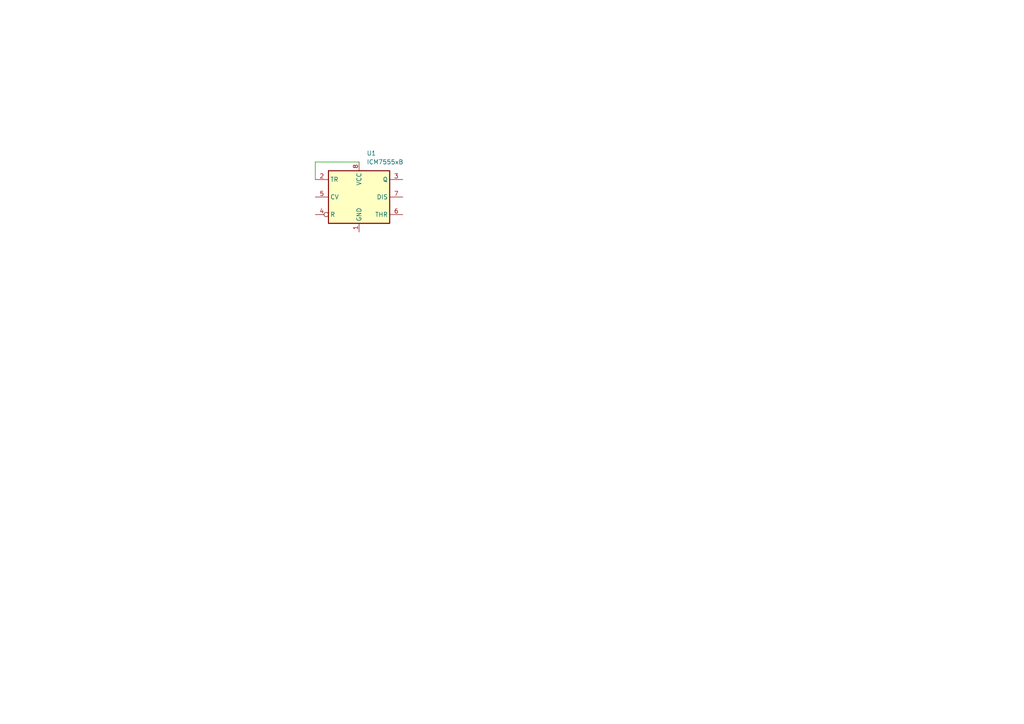
<source format=kicad_sch>
(kicad_sch (version 20231120) (generator "eeschema") (generator_version "8.0")
  (paper "A4")
  (lib_symbols
    (symbol "Timer:ICM7555xB"
      (property "Reference" "U" (at -10.16 8.89 0))
      (property "Value" "ICM7555xB" (at 2.54 8.89 0))
      (symbol "ICM7555xB_0_0"
        (pin power_in line (at 0 -10.16 90) (length 2.54) (name "GND") (number "1"))
        (pin power_in line (at 0 10.16 270) (length 2.54) (name "VCC") (number "8"))
      )
      (symbol "ICM7555xB_0_1"
        (rectangle (start -8.89 -7.62) (end 8.89 7.62) (stroke (width 0.254)) (fill (type background)))
        (rectangle (start -8.89 -7.62) (end 8.89 7.62) (stroke (width 0.254)) (fill (type background)))
      )
      (symbol "ICM7555xB_1_1"
        (pin input line (at -12.7 5.08 0) (length 3.81) (name "TR") (number "2"))
        (pin output line (at 12.7 5.08 180) (length 3.81) (name "Q") (number "3"))
        (pin input inverted (at -12.7 -5.08 0) (length 3.81) (name "R") (number "4"))
        (pin input line (at -12.7 0 0) (length 3.81) (name "CV") (number "5"))
        (pin input line (at 12.7 -5.08 180) (length 3.81) (name "THR") (number "6"))
        (pin input line (at 12.7 0 180) (length 3.81) (name "DIS") (number "7"))
      )
    )
  )
  (wire (pts (xy 104.14 46.99) (xy 91.44 46.99)))
  (wire (pts (xy 91.44 46.99) (xy 91.44 52.07)))
  (symbol (lib_id "Timer:ICM7555xB") (at 104.14 57.15 0) (unit 1)
    (property "Reference" "U1" (at 106.3341 44.45 0) (effects (justify left)))
    (property "Value" "ICM7555xB" (at 106.3341 46.99 0) (effects (justify left)))
    (property "Footprint" "Package_SO:SOIC-8_3.9x4.9mm_P1.27mm" (effects (hide yes)))
    (property "Datasheet" "http://www.intersil.com/content/dam/Intersil/documents/icm7/icm7555-56.pdf" (effects (hide yes)))
    (property "Description" "CMOS General Purpose Timer, 555 compatible, SOIC-8" (effects (hide yes)))
  )
)
</source>
